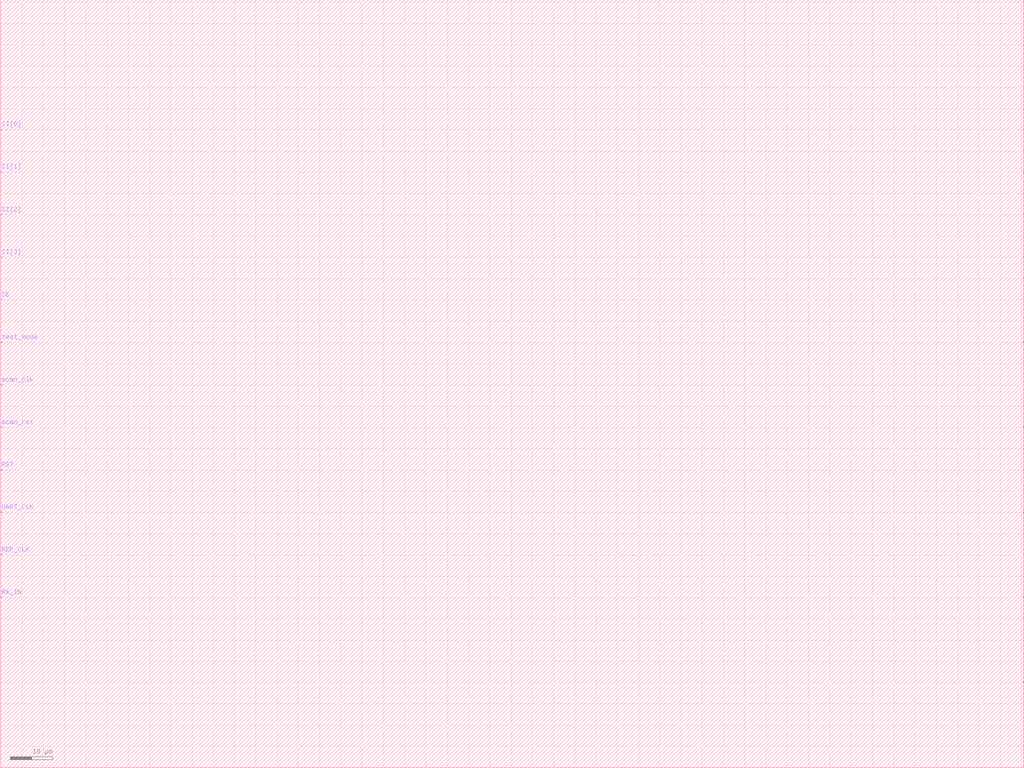
<source format=lef>

#******
# Preview export LEF
#
#	 Preview sub-version 5.10.41.500.3.38
#
# TECH LIB NAME: tsmc18
# TECH FILE NAME: techfile.cds
#******

VERSION 5.4 ;

NAMESCASESENSITIVE ON ;

DIVIDERCHAR "|" ;
BUSBITCHARS "[]" ;

UNITS
    DATABASE MICRONS 100  ;
END UNITS

MACRO System_Top
    CLASS CORE ;
    FOREIGN SYS_TOP 0 0 ;
    ORIGIN 0.00 0.00 ;
    SIZE 240.6 BY 180.6 ;
    SYMMETRY X Y ;
    PIN SI[0]
        DIRECTION INPUT ;
        PORT
        LAYER METAL2 ;
        RECT  0.00 150 0.2 150.2 ;
        END
	AntennaGateArea 0.0 ;
    END SI[0]
    PIN SI[1]
        DIRECTION INPUT ;
        PORT
        LAYER METAL2 ;
        RECT  0.00 140 0.2 140.2 ;
        END
	AntennaGateArea 0.0 ;
    END SI[1]
    PIN SI[2]
        DIRECTION INPUT ;
        PORT
        LAYER METAL2 ;
        RECT  0.00 130 0.2 130.2 ;
        END
	AntennaGateArea 0.0 ;
    END SI[2]
    PIN SI[3]
        DIRECTION INPUT ;
        PORT
        LAYER METAL2 ;
        RECT  0.00 120 0.2 120.2 ;
        END
	AntennaGateArea 0.0 ;
    END SI[3]
    PIN SE
        DIRECTION INPUT ;
        PORT
        LAYER METAL2 ;
        RECT  0.00 110 0.2 110.2 ;
        END
	AntennaGateArea 0.0 ;
    END SE
    PIN test_mode
        DIRECTION INPUT ;
        PORT
        LAYER METAL2 ;
        RECT  0.00 100 0.2 100.2 ;
        END
	AntennaGateArea 0.0 ;
    END test_mode
    PIN scan_clk
        DIRECTION INPUT ;
        PORT
        LAYER METAL2 ;
        RECT  0.00 90 0.2 90.2 ;
        END
	AntennaGateArea 0.0 ;
    END scan_clk
    PIN scan_rst
        DIRECTION INPUT ;
        PORT
        LAYER METAL2 ;
        RECT  0.00 80 0.2 80.2 ;
        END
	AntennaGateArea 0.0 ;
    END scan_rst
    PIN RST
        DIRECTION INPUT ;
        PORT
        LAYER METAL2 ;
        RECT  0.00 70 0.2 70.2 ;
        END
	AntennaGateArea 0.0 ;
    END RST
    PIN UART_CLK
        DIRECTION INPUT ;
        PORT
        LAYER METAL2 ;
        RECT  0.00 60 0.2 60.2 ;
        END
	AntennaGateArea 0.0 ;
    END UART_CLK
    PIN REF_CLK
        DIRECTION INPUT ;
        PORT
        LAYER METAL2 ;
        RECT  0.00 50 0.2 50.2 ;
        END
	AntennaGateArea 0.0 ;
    END REF_CLK
    PIN RX_IN
        DIRECTION INPUT ;
        PORT
        LAYER METAL2 ;
        RECT  0.00 40 0.2 40.2 ;
        END
	AntennaGateArea 0.0 ;
    END RX_IN
    PIN SO[0]
        DIRECTION OUTPUT ;
        PORT
        LAYER METAL3 ;
        RECT  240.47 140 240.67 140.2 ; 
        END
	AntennaDiffArea 0.575 ;
    END SO[0]
    PIN SO[1]
        DIRECTION OUTPUT ;
        PORT
        LAYER METAL3 ;
        RECT  240.47 120 240.67 120.2 ; 
        END
	AntennaDiffArea 0.575 ;
    END SO[1]
    PIN SO[2]
        DIRECTION OUTPUT ;
        PORT
        LAYER METAL3 ;
        RECT  240.47 100 240.67 100.2 ; 
        END
	AntennaDiffArea 0.575 ;
    END SO[2]
    PIN SO[3]
        DIRECTION OUTPUT ;
        PORT
        LAYER METAL3 ;
        RECT  240.47 80 240.67 80.2 ; 
        END
	AntennaDiffArea 0.575 ;
    END SO[3]
    PIN TX_OUT
        DIRECTION OUTPUT ;
        PORT
        LAYER METAL3 ;
        RECT  240.47 60 240.67 60.2 ; 
        END
	AntennaDiffArea 0.575 ;
    END TX_OUT
    PIN Parity_Error
        DIRECTION OUTPUT ;
        PORT
        LAYER METAL3 ;
        RECT  240.47 40 240.67 40.2 ; 
        END
	AntennaDiffArea 0.575 ;
    END Parity_Error
    PIN Stop_Error
        DIRECTION OUTPUT ;
        PORT
        LAYER METAL3 ;
        RECT  240.47 20 240.67 20.2 ; 
        END
	AntennaDiffArea 0.575 ;
    END Stop_Error
END System_Top

END LIBRARY


</source>
